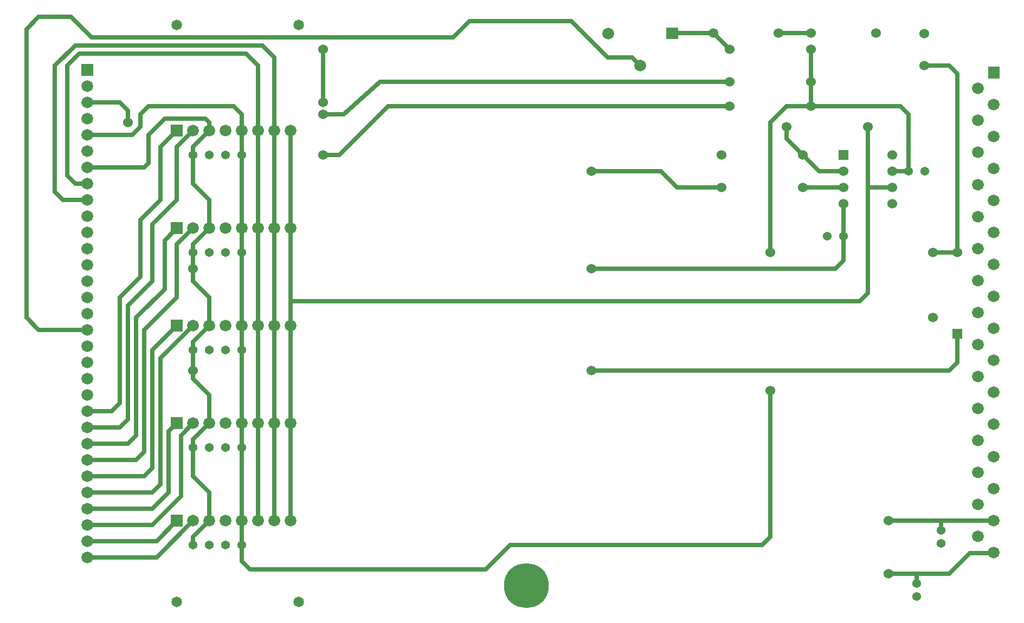
<source format=gbl>
G04 start of page 3 for group 1 idx 1 *
G04 Title: 26.003.00.01.01.pcb, bottom *
G04 Creator: pcb 4.1.2 *
G04 CreationDate: Fri Aug 10 20:06:22 2018 UTC *
G04 For: bert *
G04 Format: Gerber/RS-274X *
G04 PCB-Dimensions (mil): 6896.06 4633.86 *
G04 PCB-Coordinate-Origin: lower left *
%MOIN*%
%FSLAX25Y25*%
%LNGBL*%
%ADD44C,0.0280*%
%ADD43C,0.0360*%
%ADD42C,0.1100*%
%ADD41C,0.0320*%
%ADD40C,0.0200*%
%ADD39C,0.0420*%
%ADD38C,0.0520*%
%ADD37C,0.1460*%
%ADD36C,0.0400*%
%ADD35C,0.0350*%
%ADD34C,0.2760*%
%ADD33C,0.0600*%
%ADD32C,0.0540*%
%ADD31C,0.0001*%
%ADD30C,0.0720*%
%ADD29C,0.0650*%
%ADD28C,0.0250*%
G54D28*X120000Y238386D02*X130000Y248386D01*
X120000Y238386D02*Y215886D01*
X130000Y205886D01*
Y188386D01*
X160000Y408386D02*X152500Y415886D01*
X170000Y413386D02*X162500Y420886D01*
X120000Y178386D02*Y155886D01*
X130000Y145886D01*
Y128386D01*
X150000Y378386D02*Y103386D01*
X155000Y98386D01*
X160000Y128386D02*Y408386D01*
X120000Y275886D02*X130000Y265886D01*
Y248386D01*
X120000Y358386D02*Y335886D01*
Y308386D02*X110000Y298386D01*
Y308386D02*X102500Y300886D01*
X110000Y325886D02*X95000Y310886D01*
X110000Y298386D02*Y265886D01*
X102500Y300886D02*Y270886D01*
X95000Y310886D02*Y275886D01*
X87500Y313386D02*Y278386D01*
X120000Y298386D02*X130000Y308386D01*
X120000Y298386D02*Y275886D01*
X100000Y325886D02*X87500Y313386D01*
X92500Y348386D02*X90000Y345886D01*
X110000Y358386D02*Y325886D01*
X100000Y358386D02*Y325886D01*
X120000Y358386D02*X130000Y368386D01*
X120000D02*X110000Y358386D01*
Y368386D02*X100000Y358386D01*
X130000Y368386D02*Y373386D01*
X127500Y375886D01*
X102500D01*
X92500Y365886D02*Y348386D01*
X102500Y375886D02*X92500Y365886D01*
Y383386D02*X87500Y378386D01*
Y370886D01*
X82500Y365886D01*
X80000Y380886D02*Y373386D01*
X145000Y383386D02*X92500D01*
X152500Y415886D02*X50000D01*
X42500Y408386D01*
X55000Y385886D02*X75000D01*
X162500Y420886D02*X47500D01*
X57500Y425886D02*X280000D01*
X200000Y418386D02*Y385886D01*
X235000Y398386D02*X212500Y378386D01*
X200000D01*
X75000Y385886D02*X80000Y380886D01*
X90000Y345886D02*X55000D01*
X82500Y365886D02*X55000D01*
X42500Y408386D02*Y340886D01*
X35000Y408386D02*Y330886D01*
X47500Y420886D02*X35000Y408386D01*
X25000Y438386D02*X45000D01*
X57500Y425886D01*
X42500Y340886D02*X47500Y335886D01*
X55000D01*
X35000Y330886D02*X40000Y325886D01*
X55000D01*
Y245886D02*X25000D01*
X17500Y253386D01*
Y430886D01*
X25000Y438386D01*
X180000Y128386D02*Y368386D01*
X120000Y335886D02*X130000Y325886D01*
Y308386D01*
X150000Y378386D02*X145000Y383386D01*
X170000Y128386D02*Y413386D01*
X155000Y98386D02*X300000D01*
X240000Y383386D02*X210000Y353386D01*
X200000D01*
X120000Y113386D02*Y118386D01*
X130000Y128386D01*
X120000D02*X97500Y105886D01*
X110000Y128386D02*X97500Y115886D01*
X112500Y143386D02*X95000Y125886D01*
X105000Y145886D02*X95000Y135886D01*
X100000Y150886D02*X95000Y145886D01*
Y160886D02*X90000Y155886D01*
Y170886D02*X85000Y165886D01*
X97500Y105886D02*X55000D01*
X97500Y115886D02*X55000D01*
X95000Y125886D02*X55000D01*
X95000Y135886D02*X55000D01*
X95000Y145886D02*X55000D01*
X90000Y155886D02*X55000D01*
X85000Y165886D02*X55000D01*
X80000Y175886D02*X55000D01*
X75000Y185886D02*X55000D01*
X70000Y195886D02*X55000D01*
X120000Y178386D02*X130000Y188386D01*
X120000D02*X112500Y180886D01*
Y143386D01*
X110000Y188386D02*X105000Y183386D01*
Y145886D01*
X120000Y248386D02*X100000Y228386D01*
X110000Y248386D02*X95000Y233386D01*
X110000Y265886D02*X90000Y245886D01*
X100000Y228386D02*Y150886D01*
X95000Y233386D02*Y160886D01*
X90000Y245886D02*Y170886D01*
X102500Y270886D02*X85000Y253386D01*
X95000Y275886D02*X80000Y260886D01*
X87500Y278386D02*X75000Y265886D01*
X85000Y253386D02*Y180886D01*
X80000Y260886D02*Y190886D01*
X75000Y265886D02*Y200886D01*
X85000Y180886D02*X80000Y175886D01*
Y190886D02*X75000Y185886D01*
Y200886D02*X70000Y195886D01*
X280000Y425886D02*X290000Y435886D01*
X300000Y98386D02*X315000Y113386D01*
X290000Y435886D02*X352500D01*
X375000Y413386D01*
X390000D01*
X395000Y408386D01*
X440000Y428386D02*X415000D01*
X440000D02*X450000Y418386D01*
X535000Y268386D02*X530000Y263386D01*
X180000D01*
X515000Y283386D02*X365000D01*
X450000Y398386D02*X235000D01*
X590000Y403386D02*Y293386D01*
X585000Y220886D02*X590000Y225886D01*
Y243386D01*
X585000Y408386D02*X590000Y403386D01*
X575000Y293386D02*X590000D01*
X585000Y95886D02*X597500Y108386D01*
X612500D01*
X547500Y95886D02*X585000D01*
X555000D01*
X565000Y89886D02*Y95886D01*
X547500Y128386D02*X612500D01*
X580000Y122386D02*Y128386D01*
X550000Y343386D02*X560000D01*
X585000Y408386D02*X570000D01*
X555000Y383386D02*X560000Y378386D01*
Y343386D01*
X500000Y418386D02*Y383386D01*
X475000Y293386D02*Y373386D01*
X485000Y383386D01*
X480000Y428386D02*X500000D01*
X495000Y333386D02*X520000D01*
Y323386D02*Y288386D01*
X365000Y343386D02*X407500D01*
X417500Y333386D01*
X445000D01*
X315000Y113386D02*X470000D01*
X475000Y208386D02*Y118386D01*
X470000Y113386D01*
X450000Y383386D02*X240000D01*
X485000D02*X555000D01*
X535000Y370886D02*Y338386D01*
X520000Y343386D02*X505000D01*
X485000Y370886D02*Y363386D01*
X505000Y343386D02*X485000Y363386D01*
X535000Y338386D02*Y268386D01*
X550000Y333386D02*X535000D01*
X520000Y288386D02*X515000Y283386D01*
X365000Y220886D02*X585000D01*
G54D29*X110000Y433386D03*
X185000D03*
G54D30*X375315Y428228D03*
X395000Y408544D03*
G54D31*G36*
X51400Y409486D02*Y402286D01*
X58600D01*
Y409486D01*
X51400D01*
G37*
G54D30*X55000Y395886D03*
Y385886D03*
Y375886D03*
Y365886D03*
Y355886D03*
Y345886D03*
Y335886D03*
Y325886D03*
Y315886D03*
Y305886D03*
Y295886D03*
Y285886D03*
Y275886D03*
G54D32*X149921Y353386D03*
X140079D03*
X129921D03*
G54D30*X130000Y368386D03*
X140000D03*
G54D32*X120079Y353386D03*
G54D31*G36*
X106400Y371986D02*Y364786D01*
X113600D01*
Y371986D01*
X106400D01*
G37*
G54D30*X120000Y368386D03*
X150000D03*
X160000D03*
X170000D03*
X180000D03*
G54D32*X149921Y293386D03*
X140079D03*
X129921D03*
X120079D03*
G54D31*G36*
X106400Y311986D02*Y304786D01*
X113600D01*
Y311986D01*
X106400D01*
G37*
G54D30*X120000Y308386D03*
X130000D03*
X140000D03*
X150000D03*
X160000D03*
X170000D03*
X180000D03*
G54D32*X565000Y89823D03*
Y81949D03*
X580000Y114449D03*
Y122323D03*
G54D33*X569606Y408544D03*
Y428229D03*
G54D32*X569921Y343386D03*
X560079D03*
G54D33*X575000Y253386D03*
X550000Y323386D03*
Y333386D03*
Y343386D03*
Y353386D03*
G54D31*G36*
X608760Y407774D02*Y400574D01*
X615960D01*
Y407774D01*
X608760D01*
G37*
G54D30*X602518Y394332D03*
X612360Y384489D03*
X602518Y374647D03*
X612360Y364804D03*
X602518Y354961D03*
X612360Y345119D03*
G54D33*X575000Y293386D03*
X590000D03*
G54D30*X602518Y335276D03*
Y315591D03*
Y295906D03*
X612360Y325434D03*
Y305749D03*
Y286064D03*
Y266379D03*
Y246694D03*
Y227009D03*
X602518Y276221D03*
Y256537D03*
Y236852D03*
Y217167D03*
G54D31*G36*
X587000Y246386D02*Y240386D01*
X593000D01*
Y246386D01*
X587000D01*
G37*
G54D30*X612360Y207324D03*
Y187639D03*
Y167954D03*
Y148269D03*
Y128584D03*
Y108899D03*
X602518Y197481D03*
Y177796D03*
Y158111D03*
Y138426D03*
Y118741D03*
G54D32*X510079Y303386D03*
X519921D03*
G54D31*G36*
X517000Y356386D02*Y350386D01*
X523000D01*
Y356386D01*
X517000D01*
G37*
G54D33*X520000Y343386D03*
Y333386D03*
Y323386D03*
X450000Y418386D03*
X500000D03*
X445000Y353386D03*
X495000D03*
X445000Y333386D03*
X495000D03*
X450000Y383386D03*
X500000D03*
X450000Y398386D03*
X500000D03*
G54D31*G36*
X411085Y431828D02*Y424628D01*
X418285D01*
Y431828D01*
X411085D01*
G37*
G54D33*X540000Y428386D03*
X500000D03*
X480000D03*
X440000D03*
X485000Y370886D03*
X535000D03*
G54D30*X55000Y265886D03*
Y255886D03*
Y245886D03*
Y235886D03*
Y225886D03*
G54D32*X149921Y233386D03*
G54D30*X150000Y248386D03*
X160000D03*
X170000D03*
X180000D03*
G54D32*X140079Y233386D03*
G54D30*X140000Y248386D03*
G54D32*X129921Y233386D03*
X120079D03*
G54D31*G36*
X106400Y251986D02*Y244786D01*
X113600D01*
Y251986D01*
X106400D01*
G37*
G54D30*X120000Y248386D03*
X130000D03*
X55000Y215886D03*
Y205886D03*
Y195886D03*
Y185886D03*
Y175886D03*
Y165886D03*
Y155886D03*
Y145886D03*
Y135886D03*
Y125886D03*
Y115886D03*
Y105886D03*
G54D29*X110000Y78386D03*
G54D34*X325000Y88386D03*
G54D32*X149921Y173386D03*
X140079D03*
X129921D03*
X120079D03*
G54D31*G36*
X106400Y191986D02*Y184786D01*
X113600D01*
Y191986D01*
X106400D01*
G37*
G54D30*X120000Y188386D03*
X130000D03*
X140000D03*
X150000D03*
X160000D03*
X170000D03*
X180000D03*
G54D32*X149921Y113386D03*
X140079D03*
G54D29*X185000Y78386D03*
G54D32*X129921Y113386D03*
X120079D03*
G54D31*G36*
X106400Y131986D02*Y124786D01*
X113600D01*
Y131986D01*
X106400D01*
G37*
G54D30*X120000Y128386D03*
X130000D03*
X140000D03*
X150000D03*
X160000D03*
X170000D03*
X180000D03*
G54D33*X200000Y418386D03*
Y385886D03*
X120000Y283386D03*
X80000Y373386D03*
X200000Y353386D03*
Y378386D03*
X547500Y128386D03*
Y95886D03*
X365000Y283386D03*
X475000Y208386D03*
X365000Y220886D03*
Y343386D03*
X475000Y293386D03*
X120000Y220886D03*
G54D35*G54D36*G54D37*G54D38*G54D39*G54D40*G54D39*G54D40*G54D39*G54D40*G54D39*G54D41*G54D42*G54D43*G54D40*G54D36*G54D44*G54D38*G54D42*G54D36*G54D38*G54D36*G54D38*G54D40*G54D44*G54D36*G54D38*G54D41*G54D36*G54D39*G54D40*G54D39*G54D40*G54D39*G54D40*G54D39*G54D37*G54D36*G54D37*G54D40*G54D39*G54D40*G54D36*G54D40*G54D39*M02*

</source>
